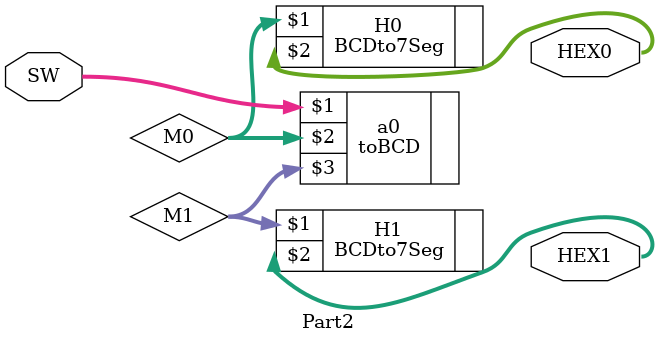
<source format=v>


module Part2(SW, HEX0, HEX1);
	input [3:0]SW; // Switch inputs
	output [0:6]HEX0; // Hex displays
	output [0:6]HEX1;
	
	wire [3:0]M0;  // Wire from decimal converter module
	wire [3:0]M1;
	
	toBCD a0(SW, M0, M1);  // Convert to BCD
	
	BCDto7Seg H0(M0, HEX0);  // Output to displays
	BCDto7Seg H1(M1, HEX1);
endmodule

</source>
